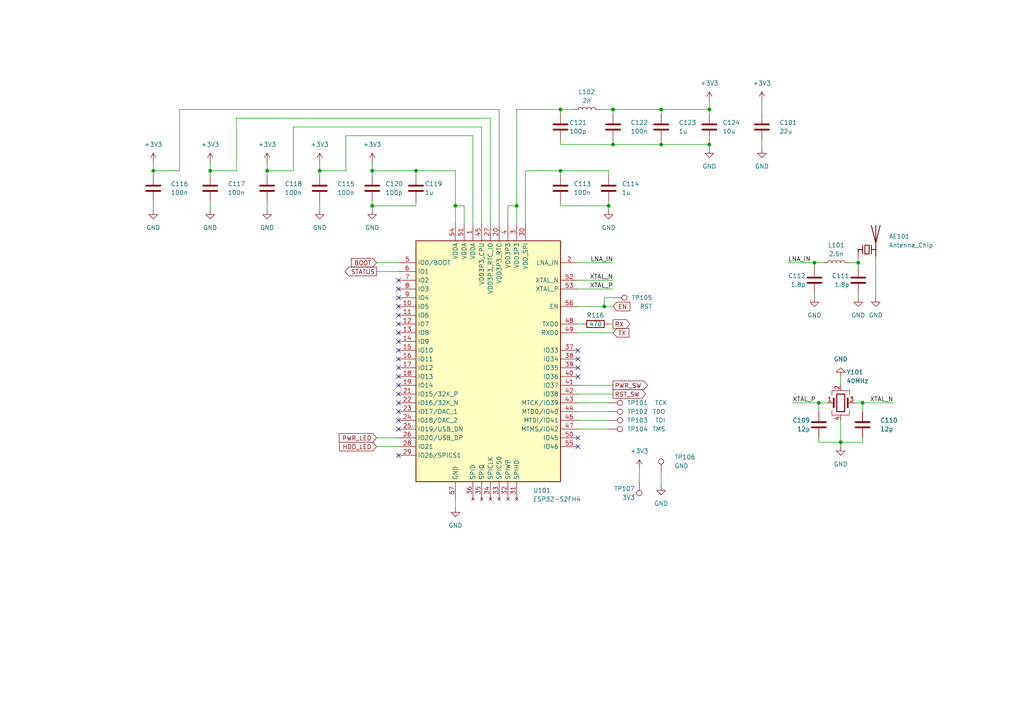
<source format=kicad_sch>
(kicad_sch (version 20230121) (generator eeschema)
  (paper "A4")
  (title_block (title "ESP32 ATX Power Controller") (date "2024-01-14") (rev "1.0.0"))
  (lib_symbols
    (symbol "Connector:TestPoint" (pin_numbers hide) (pin_names (offset 0.762) hide)
      (property "Reference" "TP" (at 0 6.858 0))
      (property "Value" "TestPoint" (at 0 5.08 0))
      (symbol "TestPoint_0_1"
        (circle (center 0 3.302) (radius 0.762))
      )
      (symbol "TestPoint_1_1"
        (pin passive line (at 0 0 90) (length 2.54) (name "1") (number "1"))
      )
    )
    (symbol "Device:Antenna_Chip" (pin_numbers hide) (pin_names (offset 1.016) hide)
      (property "Reference" "AE" (at 0 5.08 0))
      (property "Value" "Antenna_Chip" (at 0 3.175 0))
      (symbol "Antenna_Chip_0_1"
        (polyline (pts (xy -2.54 0) (xy -2.54 -0.635)) (stroke (width 0.254)))
        (polyline (pts (xy -2.54 0) (xy -1.27 0)) (stroke (width 0.254)))
        (polyline (pts (xy 1.27 0) (xy 2.54 0)) (stroke (width 0.254)))
        (polyline (pts (xy 1.27 1.27) (xy 1.27 -1.27)) (stroke (width 0.254)))
        (polyline (pts (xy 2.54 -0.635) (xy 2.54 0)))
        (polyline (pts (xy 2.54 6.985) (xy 2.54 -1.905)) (stroke (width 0.254)))
        (polyline (pts (xy -1.27 1.27) (xy -1.27 -1.27) (xy -1.27 0)) (stroke (width 0.254)))
        (polyline (pts (xy 3.81 6.985) (xy 2.54 1.905) (xy 1.27 6.985)) (stroke (width 0.254)))
        (polyline (pts (xy -0.635 1.27) (xy 0.635 1.27) (xy 0.635 -1.27) (xy -0.635 -1.27) (xy -0.635 1.27)) (stroke (width 0.254)))
      )
      (symbol "Antenna_Chip_1_1"
        (pin input line (at -2.54 -2.54 90) (length 2.54) (name "FEED") (number "1"))
        (pin passive line (at 2.54 -2.54 90) (length 2.54) (name "PCB_Trace") (number "2"))
      )
    )
    (symbol "Device:C" (pin_numbers hide) (pin_names (offset 0.254))
      (property "Reference" "C" (at 0.635 2.54 0))
      (property "Value" "C" (at 0.635 -2.54 0))
      (symbol "C_0_1"
        (polyline (pts (xy -2.032 -0.762) (xy 2.032 -0.762)) (stroke (width 0.508)))
        (polyline (pts (xy -2.032 0.762) (xy 2.032 0.762)) (stroke (width 0.508)))
      )
      (symbol "C_1_1"
        (pin passive line (at 0 3.81 270) (length 2.794) (name "~") (number "1"))
        (pin passive line (at 0 -3.81 90) (length 2.794) (name "~") (number "2"))
      )
    )
    (symbol "Device:Crystal_GND24" (pin_names (offset 1.016) hide)
      (property "Reference" "Y" (at 3.175 5.08 0))
      (property "Value" "Crystal_GND24" (at 3.175 3.175 0))
      (symbol "Crystal_GND24_0_1"
        (rectangle (start -1.143 2.54) (end 1.143 -2.54) (stroke (width 0.3048)))
        (polyline (pts (xy -2.54 0) (xy -2.032 0)))
        (polyline (pts (xy -2.032 -1.27) (xy -2.032 1.27)) (stroke (width 0.508)))
        (polyline (pts (xy 0 -3.81) (xy 0 -3.556)))
        (polyline (pts (xy 0 3.556) (xy 0 3.81)))
        (polyline (pts (xy 2.032 -1.27) (xy 2.032 1.27)) (stroke (width 0.508)))
        (polyline (pts (xy 2.032 0) (xy 2.54 0)))
        (polyline (pts (xy -2.54 -2.286) (xy -2.54 -3.556) (xy 2.54 -3.556) (xy 2.54 -2.286)))
        (polyline (pts (xy -2.54 2.286) (xy -2.54 3.556) (xy 2.54 3.556) (xy 2.54 2.286)))
      )
      (symbol "Crystal_GND24_1_1"
        (pin passive line (at -3.81 0 0) (length 1.27) (name "1") (number "1"))
        (pin passive line (at 0 5.08 270) (length 1.27) (name "2") (number "2"))
        (pin passive line (at 3.81 0 180) (length 1.27) (name "3") (number "3"))
        (pin passive line (at 0 -5.08 90) (length 1.27) (name "4") (number "4"))
      )
    )
    (symbol "Device:L" (pin_numbers hide) (pin_names (offset 1.016) hide)
      (property "Reference" "L" (at -1.27 0 90))
      (property "Value" "L" (at 1.905 0 90))
      (symbol "L_0_1"
        (arc (start 0 -2.54) (mid 0.6323 -1.905) (end 0 -1.27))
        (arc (start 0 -1.27) (mid 0.6323 -0.635) (end 0 0))
        (arc (start 0 0) (mid 0.6323 0.635) (end 0 1.27))
        (arc (start 0 1.27) (mid 0.6323 1.905) (end 0 2.54))
      )
      (symbol "L_1_1"
        (pin passive line (at 0 3.81 270) (length 1.27) (name "1") (number "1"))
        (pin passive line (at 0 -3.81 90) (length 1.27) (name "2") (number "2"))
      )
    )
    (symbol "Device:R" (pin_numbers hide) (pin_names (offset 0))
      (property "Reference" "R" (at 2.032 0 90))
      (property "Value" "R" (at 0 0 90))
      (symbol "R_0_1"
        (rectangle (start -1.016 -2.54) (end 1.016 2.54) (stroke (width 0.254)))
      )
      (symbol "R_1_1"
        (pin passive line (at 0 3.81 270) (length 1.27) (name "~") (number "1"))
        (pin passive line (at 0 -3.81 90) (length 1.27) (name "~") (number "2"))
      )
    )
    (symbol "ESP32-S2FH4:ESP32-S2FH4"
      (property "Reference" "U" (at 46.99 22.86 0))
      (property "Value" "ESP32-S2FH4" (at 46.99 20.32 0))
      (symbol "ESP32-S2FH4_1_1"
        (rectangle (start 3.81 17.78) (end 45.72 -52.07) (stroke (width 0.254)) (fill (type background)))
        (pin power_in line (at 20.32 22.86 270) (length 5.08) (name "VDDA") (number "1"))
        (pin bidirectional line (at -1.27 -1.27 0) (length 5.08) (name "IO5") (number "10"))
        (pin bidirectional line (at -1.27 -3.81 0) (length 5.08) (name "IO6") (number "11"))
        (pin bidirectional line (at -1.27 -6.35 0) (length 5.08) (name "IO7") (number "12"))
        (pin bidirectional line (at -1.27 -8.89 0) (length 5.08) (name "IO8") (number "13"))
        (pin bidirectional line (at -1.27 -11.43 0) (length 5.08) (name "IO9") (number "14"))
        (pin bidirectional line (at -1.27 -13.97 0) (length 5.08) (name "IO10") (number "15"))
        (pin bidirectional line (at -1.27 -16.51 0) (length 5.08) (name "IO11") (number "16"))
        (pin bidirectional line (at -1.27 -19.05 0) (length 5.08) (name "IO12") (number "17"))
        (pin bidirectional line (at -1.27 -21.59 0) (length 5.08) (name "IO13") (number "18"))
        (pin bidirectional line (at -1.27 -24.13 0) (length 5.08) (name "IO14") (number "19"))
        (pin bidirectional line (at 50.8 11.43 180) (length 5.08) (name "LNA_IN") (number "2"))
        (pin power_in line (at 27.94 22.86 270) (length 5.08) (name "VDD3P3_RTC") (number "20"))
        (pin bidirectional line (at -1.27 -26.67 0) (length 5.08) (name "IO15/32K_P") (number "21"))
        (pin bidirectional line (at -1.27 -29.21 0) (length 5.08) (name "IO16/32K_N") (number "22"))
        (pin bidirectional line (at -1.27 -31.75 0) (length 5.08) (name "IO17/DAC_1") (number "23"))
        (pin bidirectional line (at -1.27 -34.29 0) (length 5.08) (name "IO18/DAC_2") (number "24"))
        (pin bidirectional line (at -1.27 -36.83 0) (length 5.08) (name "IO19/USB_DN") (number "25"))
        (pin bidirectional line (at -1.27 -39.37 0) (length 5.08) (name "IO20/USB_DP") (number "26"))
        (pin power_in line (at 25.4 22.86 270) (length 5.08) (name "VDD3P3_RTC_IO") (number "27"))
        (pin bidirectional line (at -1.27 -41.91 0) (length 5.08) (name "IO21") (number "28"))
        (pin bidirectional line (at -1.27 -44.45 0) (length 5.08) (name "IO26/SPICS1") (number "29"))
        (pin power_in line (at 33.02 22.86 270) (length 5.08) (name "VDD3P3") (number "3"))
        (pin power_in line (at 35.56 22.86 270) (length 5.08) (name "VDD_SPI") (number "30"))
        (pin no_connect line (at 33.02 -57.15 90) (length 5.08) (name "SPIHD") (number "31"))
        (pin no_connect line (at 30.48 -57.15 90) (length 5.08) (name "SPIWP") (number "32"))
        (pin no_connect line (at 27.94 -57.15 90) (length 5.08) (name "SPICS0") (number "33"))
        (pin no_connect line (at 25.4 -57.15 90) (length 5.08) (name "SPICLK") (number "34"))
        (pin no_connect line (at 22.86 -57.15 90) (length 5.08) (name "SPIQ") (number "35"))
        (pin no_connect line (at 20.32 -57.15 90) (length 5.08) (name "SPID") (number "36"))
        (pin bidirectional line (at 50.8 -13.97 180) (length 5.08) (name "IO33") (number "37"))
        (pin bidirectional line (at 50.8 -16.51 180) (length 5.08) (name "IO34") (number "38"))
        (pin bidirectional line (at 50.8 -19.05 180) (length 5.08) (name "IO35") (number "39"))
        (pin power_in line (at 30.48 22.86 270) (length 5.08) (name "VDD3P3") (number "4"))
        (pin bidirectional line (at 50.8 -21.59 180) (length 5.08) (name "IO36") (number "40"))
        (pin bidirectional line (at 50.8 -24.13 180) (length 5.08) (name "IO37") (number "41"))
        (pin bidirectional line (at 50.8 -26.67 180) (length 5.08) (name "IO38") (number "42"))
        (pin bidirectional line (at 50.8 -29.21 180) (length 5.08) (name "MTCK/IO39") (number "43"))
        (pin bidirectional line (at 50.8 -31.75 180) (length 5.08) (name "MTD0/IO40") (number "44"))
        (pin power_in line (at 22.86 22.86 270) (length 5.08) (name "VDD3P3_CPU") (number "45"))
        (pin bidirectional line (at 50.8 -34.29 180) (length 5.08) (name "MTDI/IO41") (number "46"))
        (pin bidirectional line (at 50.8 -36.83 180) (length 5.08) (name "MTMS/IO42") (number "47"))
        (pin output line (at 50.8 -6.35 180) (length 5.08) (name "TXD0") (number "48"))
        (pin input line (at 50.8 -8.89 180) (length 5.08) (name "RXD0") (number "49"))
        (pin bidirectional line (at -1.27 11.43 0) (length 5.08) (name "IO0/BOOT") (number "5"))
        (pin bidirectional line (at 50.8 -39.37 180) (length 5.08) (name "IO45") (number "50"))
        (pin power_in line (at 17.78 22.86 270) (length 5.08) (name "VDDA") (number "51"))
        (pin passive line (at 50.8 6.35 180) (length 5.08) (name "XTAL_N") (number "52"))
        (pin passive line (at 50.8 3.81 180) (length 5.08) (name "XTAL_P") (number "53"))
        (pin power_in line (at 15.24 22.86 270) (length 5.08) (name "VDDA") (number "54"))
        (pin input line (at 50.8 -41.91 180) (length 5.08) (name "IO46") (number "55"))
        (pin input line (at 50.8 -1.27 180) (length 5.08) (name "EN") (number "56"))
        (pin power_in line (at 15.24 -57.15 90) (length 5.08) (name "GND") (number "57"))
        (pin bidirectional line (at -1.27 8.89 0) (length 5.08) (name "IO1") (number "6"))
        (pin bidirectional line (at -1.27 6.35 0) (length 5.08) (name "IO2") (number "7"))
        (pin bidirectional line (at -1.27 3.81 0) (length 5.08) (name "IO3") (number "8"))
        (pin bidirectional line (at -1.27 1.27 0) (length 5.08) (name "IO4") (number "9"))
      )
    )
    (symbol "power:+3V3" (power) (pin_names (offset 0))
      (property "Value" "+3V3" (at 0 3.556 0))
      (symbol "+3V3_0_1"
        (polyline (pts (xy -0.762 1.27) (xy 0 2.54)))
        (polyline (pts (xy 0 0) (xy 0 2.54)))
        (polyline (pts (xy 0 2.54) (xy 0.762 1.27)))
      )
      (symbol "+3V3_1_1"
        (pin power_in line (at 0 0 90) (length 0) hide (name "+3V3") (number "1"))
      )
    )
    (symbol "power:GND" (power) (pin_names (offset 0))
      (property "Value" "GND" (at 0 -3.81 0))
      (symbol "GND_0_1"
        (polyline (pts (xy 0 0) (xy 0 -1.27) (xy 1.27 -1.27) (xy 0 -2.54) (xy -1.27 -1.27) (xy 0 -1.27)))
      )
      (symbol "GND_1_1"
        (pin power_in line (at 0 0 270) (length 0) hide (name "GND") (number "1"))
      )
    )
  )
  (junction (at 237.49 116.84))
  (junction (at 176.53 59.69))
  (junction (at 120.65 49.53))
  (junction (at 236.22 76.2))
  (junction (at 77.47 49.53))
  (junction (at 191.77 31.75))
  (junction (at 132.08 59.69))
  (junction (at 177.8 41.91))
  (junction (at 243.84 128.27))
  (junction (at 149.86 59.69))
  (junction (at 107.95 49.53))
  (junction (at 107.95 59.69))
  (junction (at 162.56 49.53))
  (junction (at 162.56 31.75))
  (junction (at 250.19 116.84))
  (junction (at 205.74 41.91))
  (junction (at 92.71 49.53))
  (junction (at 248.92 76.2))
  (junction (at 44.45 49.53))
  (junction (at 191.77 41.91))
  (junction (at 60.96 49.53))
  (junction (at 177.8 31.75))
  (junction (at 205.74 31.75))
  (junction (at 175.26 88.9))
  (no_connect (at 115.57 81.28))
  (no_connect (at 115.57 116.84))
  (no_connect (at 115.57 119.38))
  (no_connect (at 115.57 86.36))
  (no_connect (at 115.57 104.14))
  (no_connect (at 115.57 99.06))
  (no_connect (at 115.57 121.92))
  (no_connect (at 115.57 109.22))
  (no_connect (at 115.57 83.82))
  (no_connect (at 115.57 124.46))
  (no_connect (at 115.57 111.76))
  (no_connect (at 167.64 101.6))
  (no_connect (at 115.57 96.52))
  (no_connect (at 115.57 88.9))
  (no_connect (at 167.64 127))
  (no_connect (at 115.57 132.08))
  (no_connect (at 167.64 109.22))
  (no_connect (at 115.57 101.6))
  (no_connect (at 167.64 129.54))
  (no_connect (at 115.57 114.3))
  (no_connect (at 167.64 106.68))
  (no_connect (at 115.57 106.68))
  (no_connect (at 167.64 104.14))
  (no_connect (at 115.57 93.98))
  (no_connect (at 115.57 91.44))
  (wire (pts (xy 162.56 49.53) (xy 162.56 50.8)))
  (wire (pts (xy 149.86 31.75) (xy 149.86 59.69)))
  (wire (pts (xy 92.71 58.42) (xy 92.71 60.96)))
  (wire (pts (xy 247.65 116.84) (xy 250.19 116.84)))
  (wire (pts (xy 85.09 36.83) (xy 85.09 49.53)))
  (wire (pts (xy 77.47 46.99) (xy 77.47 49.53)))
  (wire (pts (xy 107.95 58.42) (xy 107.95 59.69)))
  (wire (pts (xy 237.49 116.84) (xy 240.03 116.84)))
  (wire (pts (xy 137.16 39.37) (xy 100.33 39.37)))
  (wire (pts (xy 85.09 49.53) (xy 77.47 49.53)))
  (wire (pts (xy 132.08 59.69) (xy 132.08 64.77)))
  (wire (pts (xy 52.07 31.75) (xy 52.07 49.53)))
  (wire (pts (xy 205.74 41.91) (xy 191.77 41.91)))
  (wire (pts (xy 44.45 58.42) (xy 44.45 60.96)))
  (wire (pts (xy 173.99 31.75) (xy 177.8 31.75)))
  (wire (pts (xy 144.78 31.75) (xy 144.78 64.77)))
  (wire (pts (xy 68.58 34.29) (xy 68.58 49.53)))
  (wire (pts (xy 205.74 40.64) (xy 205.74 41.91)))
  (wire (pts (xy 92.71 46.99) (xy 92.71 49.53)))
  (wire (pts (xy 132.08 59.69) (xy 134.62 59.69)))
  (wire (pts (xy 167.64 96.52) (xy 177.8 96.52)))
  (wire (pts (xy 248.92 85.09) (xy 248.92 86.36)))
  (wire (pts (xy 176.53 59.69) (xy 176.53 60.96)))
  (wire (pts (xy 139.7 36.83) (xy 85.09 36.83)))
  (wire (pts (xy 177.8 40.64) (xy 177.8 41.91)))
  (wire (pts (xy 175.26 88.9) (xy 177.8 88.9)))
  (wire (pts (xy 92.71 49.53) (xy 92.71 50.8)))
  (wire (pts (xy 132.08 49.53) (xy 132.08 59.69)))
  (wire (pts (xy 236.22 77.47) (xy 236.22 76.2)))
  (wire (pts (xy 120.65 49.53) (xy 120.65 50.8)))
  (wire (pts (xy 250.19 116.84) (xy 250.19 119.38)))
  (wire (pts (xy 243.84 109.22) (xy 243.84 111.76)))
  (wire (pts (xy 167.64 119.38) (xy 176.53 119.38)))
  (wire (pts (xy 167.64 114.3) (xy 177.8 114.3)))
  (wire (pts (xy 220.98 40.64) (xy 220.98 43.18)))
  (wire (pts (xy 191.77 41.91) (xy 177.8 41.91)))
  (wire (pts (xy 149.86 31.75) (xy 162.56 31.75)))
  (wire (pts (xy 60.96 46.99) (xy 60.96 49.53)))
  (wire (pts (xy 68.58 49.53) (xy 60.96 49.53)))
  (wire (pts (xy 229.87 116.84) (xy 237.49 116.84)))
  (wire (pts (xy 220.98 29.21) (xy 220.98 33.02)))
  (wire (pts (xy 167.64 116.84) (xy 176.53 116.84)))
  (wire (pts (xy 149.86 59.69) (xy 149.86 64.77)))
  (wire (pts (xy 152.4 49.53) (xy 162.56 49.53)))
  (wire (pts (xy 120.65 58.42) (xy 120.65 59.69)))
  (wire (pts (xy 139.7 36.83) (xy 139.7 64.77)))
  (wire (pts (xy 167.64 93.98) (xy 168.91 93.98)))
  (wire (pts (xy 176.53 93.98) (xy 177.8 93.98)))
  (wire (pts (xy 109.22 76.2) (xy 115.57 76.2)))
  (wire (pts (xy 254 74.93) (xy 254 86.36)))
  (wire (pts (xy 167.64 81.28) (xy 177.8 81.28)))
  (wire (pts (xy 167.64 88.9) (xy 175.26 88.9)))
  (wire (pts (xy 243.84 128.27) (xy 243.84 129.54)))
  (wire (pts (xy 176.53 58.42) (xy 176.53 59.69)))
  (wire (pts (xy 237.49 127) (xy 237.49 128.27)))
  (wire (pts (xy 191.77 31.75) (xy 205.74 31.75)))
  (wire (pts (xy 147.32 59.69) (xy 149.86 59.69)))
  (wire (pts (xy 236.22 76.2) (xy 238.76 76.2)))
  (wire (pts (xy 243.84 121.92) (xy 243.84 128.27)))
  (wire (pts (xy 167.64 121.92) (xy 176.53 121.92)))
  (wire (pts (xy 248.92 74.93) (xy 248.92 76.2)))
  (wire (pts (xy 177.8 31.75) (xy 177.8 33.02)))
  (wire (pts (xy 152.4 49.53) (xy 152.4 64.77)))
  (wire (pts (xy 132.08 144.78) (xy 132.08 147.32)))
  (wire (pts (xy 177.8 86.36) (xy 175.26 86.36)))
  (wire (pts (xy 243.84 128.27) (xy 250.19 128.27)))
  (wire (pts (xy 162.56 41.91) (xy 177.8 41.91)))
  (wire (pts (xy 77.47 49.53) (xy 77.47 50.8)))
  (wire (pts (xy 167.64 124.46) (xy 176.53 124.46)))
  (wire (pts (xy 191.77 137.16) (xy 191.77 140.97)))
  (wire (pts (xy 162.56 49.53) (xy 176.53 49.53)))
  (wire (pts (xy 147.32 64.77) (xy 147.32 59.69)))
  (wire (pts (xy 167.64 111.76) (xy 177.8 111.76)))
  (wire (pts (xy 44.45 46.99) (xy 44.45 49.53)))
  (wire (pts (xy 167.64 76.2) (xy 177.8 76.2)))
  (wire (pts (xy 100.33 39.37) (xy 100.33 49.53)))
  (wire (pts (xy 60.96 49.53) (xy 60.96 50.8)))
  (wire (pts (xy 250.19 127) (xy 250.19 128.27)))
  (wire (pts (xy 107.95 59.69) (xy 120.65 59.69)))
  (wire (pts (xy 109.22 127) (xy 115.57 127)))
  (wire (pts (xy 162.56 40.64) (xy 162.56 41.91)))
  (wire (pts (xy 107.95 49.53) (xy 120.65 49.53)))
  (wire (pts (xy 162.56 58.42) (xy 162.56 59.69)))
  (wire (pts (xy 175.26 86.36) (xy 175.26 88.9)))
  (wire (pts (xy 109.22 129.54) (xy 115.57 129.54)))
  (wire (pts (xy 246.38 76.2) (xy 248.92 76.2)))
  (wire (pts (xy 60.96 58.42) (xy 60.96 60.96)))
  (wire (pts (xy 142.24 34.29) (xy 68.58 34.29)))
  (wire (pts (xy 44.45 49.53) (xy 44.45 50.8)))
  (wire (pts (xy 134.62 59.69) (xy 134.62 64.77)))
  (wire (pts (xy 191.77 40.64) (xy 191.77 41.91)))
  (wire (pts (xy 205.74 31.75) (xy 205.74 33.02)))
  (wire (pts (xy 107.95 50.8) (xy 107.95 49.53)))
  (wire (pts (xy 237.49 116.84) (xy 237.49 119.38)))
  (wire (pts (xy 109.22 78.74) (xy 115.57 78.74)))
  (wire (pts (xy 177.8 31.75) (xy 191.77 31.75)))
  (wire (pts (xy 120.65 49.53) (xy 132.08 49.53)))
  (wire (pts (xy 142.24 34.29) (xy 142.24 64.77)))
  (wire (pts (xy 162.56 59.69) (xy 176.53 59.69)))
  (wire (pts (xy 52.07 49.53) (xy 44.45 49.53)))
  (wire (pts (xy 144.78 31.75) (xy 52.07 31.75)))
  (wire (pts (xy 191.77 33.02) (xy 191.77 31.75)))
  (wire (pts (xy 100.33 49.53) (xy 92.71 49.53)))
  (wire (pts (xy 237.49 128.27) (xy 243.84 128.27)))
  (wire (pts (xy 250.19 116.84) (xy 259.08 116.84)))
  (wire (pts (xy 176.53 49.53) (xy 176.53 50.8)))
  (wire (pts (xy 107.95 46.99) (xy 107.95 49.53)))
  (wire (pts (xy 162.56 31.75) (xy 162.56 33.02)))
  (wire (pts (xy 205.74 29.21) (xy 205.74 31.75)))
  (wire (pts (xy 107.95 59.69) (xy 107.95 60.96)))
  (wire (pts (xy 228.6 76.2) (xy 236.22 76.2)))
  (wire (pts (xy 205.74 41.91) (xy 205.74 43.18)))
  (wire (pts (xy 77.47 58.42) (xy 77.47 60.96)))
  (wire (pts (xy 167.64 83.82) (xy 177.8 83.82)))
  (wire (pts (xy 185.42 135.89) (xy 185.42 139.7)))
  (wire (pts (xy 236.22 85.09) (xy 236.22 86.36)))
  (wire (pts (xy 248.92 76.2) (xy 248.92 77.47)))
  (wire (pts (xy 162.56 31.75) (xy 166.37 31.75)))
  (wire (pts (xy 137.16 39.37) (xy 137.16 64.77)))
  (label "XTAL_N" (at 259.08 116.84 180))
  (label "XTAL_P" (at 229.87 116.84 0))
  (label "XTAL_P" (at 177.8 83.82 180))
  (label "LNA_IN" (at 177.8 76.2 180))
  (label "XTAL_N" (at 177.8 81.28 180))
  (label "LNA_IN" (at 228.6 76.2 0))
  (global_label "PWR_SW" (shape output) (at 177.8 111.76 0) (property "Intersheetrefs" "${INTERSHEET_REFS}" (effects hide)))
  (global_label "TX" (shape input) (at 177.8 96.52 0) (property "Intersheetrefs" "${INTERSHEET_REFS}" (effects hide)))
  (global_label "EN" (shape input) (at 177.8 88.9 0) (property "Intersheetrefs" "${INTERSHEET_REFS}" (effects hide)))
  (global_label "STATUS" (shape output) (at 109.22 78.74 180) (property "Intersheetrefs" "${INTERSHEET_REFS}" (effects hide)))
  (global_label "BOOT" (shape input) (at 109.22 76.2 180) (property "Intersheetrefs" "${INTERSHEET_REFS}" (effects hide)))
  (global_label "RST_SW" (shape output) (at 177.8 114.3 0) (property "Intersheetrefs" "${INTERSHEET_REFS}" (effects hide)))
  (global_label "HDD_LED" (shape input) (at 109.22 129.54 180) (property "Intersheetrefs" "${INTERSHEET_REFS}" (effects hide)))
  (global_label "RX" (shape output) (at 177.8 93.98 0) (property "Intersheetrefs" "${INTERSHEET_REFS}" (effects hide)))
  (global_label "PWR_LED" (shape input) (at 109.22 127 180) (property "Intersheetrefs" "${INTERSHEET_REFS}" (effects hide)))
  (symbol (lib_id "Device:C") (at 220.98 36.83 0) (unit 1)
    (property "Reference" "C101" (at 226.06 35.56 0) (effects (justify left)))
    (property "Value" "22u" (at 226.06 38.1 0) (effects (justify left)))
    (property "Footprint" "Capacitor_SMD:C_0603_1608Metric" (effects hide))
    (property "Datasheet" "https://datasheet.lcsc.com/lcsc/2304140030_Samsung-Electro-Mechanics-CL10A226MQ8NRNC_C59461.pdf" (effects hide))
    (property "JLCPCB Part#" "C59461" (effects hide))
    (property "Manufacturer" "Samsung Electro-Mechanics" (effects hide))
    (property "MFR Part#" "CL10A226MQ8NRNC" (effects hide))
    (instances (project "esp-atx-power" (path "" (reference "C101") (unit 1)) (path "" (reference "C205") (unit 1))))
  )
  (symbol (lib_id "Connector:TestPoint") (at 176.53 121.92 270) (unit 1) (in_bom no)
    (property "Reference" "TP103" (at 187.96 121.92 90) (effects (justify right)))
    (property "Value" "TDI" (at 193.04 121.92 90) (effects (justify right)))
    (property "Footprint" "TestPoint:TestPoint_Pad_D1.0mm" (effects hide))
    (instances (project "esp-atx-power" (path "" (reference "TP103") (unit 1)) (path "" (reference "TP206") (unit 1))))
  )
  (symbol (lib_id "Connector:TestPoint") (at 176.53 119.38 270) (unit 1) (in_bom no)
    (property "Reference" "TP102" (at 187.96 119.38 90) (effects (justify right)))
    (property "Value" "TDO" (at 193.04 119.38 90) (effects (justify right)))
    (property "Footprint" "TestPoint:TestPoint_Pad_D1.0mm" (effects hide))
    (instances (project "esp-atx-power" (path "" (reference "TP102") (unit 1)) (path "" (reference "TP205") (unit 1))))
  )
  (symbol (lib_id "Device:C") (at 77.47 54.61 180) (unit 1)
    (property "Reference" "C118" (at 82.55 53.34 0) (effects (justify right)))
    (property "Value" "100n" (at 82.55 55.88 0) (effects (justify right)))
    (property "Footprint" "Capacitor_SMD:C_0402_1005Metric" (effects hide))
    (property "Datasheet" "https://datasheet.lcsc.com/lcsc/2304140030_Samsung-Electro-Mechanics-CL05B104KO5NNNC_C1525.pdf" (effects hide))
    (property "JLCPCB Part#" "C1525" (effects hide))
    (property "Manufacturer" "Samsung Electro-Mechanics" (effects hide))
    (property "MFR Part#" "CL05B104KO5NNNC" (effects hide))
    (instances (project "esp-atx-power" (path "" (reference "C118") (unit 1)) (path "" (reference "C206") (unit 1))))
  )
  (symbol (lib_id "Connector:TestPoint") (at 191.77 137.16 0) (unit 1) (in_bom no)
    (property "Reference" "TP106" (at 195.58 132.588 0) (effects (justify left)))
    (property "Value" "GND" (at 195.58 135.128 0) (effects (justify left)))
    (property "Footprint" "TestPoint:TestPoint_Pad_1.0x1.0mm" (effects hide))
    (instances (project "esp-atx-power" (path "" (reference "TP106") (unit 1)) (path "" (reference "TP201") (unit 1))))
  )
  (symbol (lib_id "power:+3V3") (at 185.42 135.89 0) (unit 1)
    (property "Reference" "#PWR0134" (effects hide))
    (property "Value" "+3V3" (at 185.42 130.81 0))
    (instances (project "esp-atx-power" (path "" (reference "#PWR0134") (unit 1)) (path "" (reference "#PWR0218") (unit 1))))
  )
  (symbol (lib_id "power:+3V3") (at 44.45 46.99 0) (unit 1)
    (property "Reference" "#PWR0143" (effects hide))
    (property "Value" "+3V3" (at 44.45 41.91 0))
    (instances (project "esp-atx-power" (path "" (reference "#PWR0143") (unit 1)) (path "" (reference "#PWR0206") (unit 1))))
  )
  (symbol (lib_id "Device:C") (at 237.49 123.19 0) (unit 1)
    (property "Reference" "C109" (at 234.95 121.92 0) (effects (justify right)))
    (property "Value" "12p" (at 234.95 124.46 0) (effects (justify right)))
    (property "Footprint" "Capacitor_SMD:C_0402_1005Metric" (effects hide))
    (property "Datasheet" "https://datasheet.lcsc.com/lcsc/2304140030_FH--Guangdong-Fenghua-Advanced-Tech-0402CG120J500NT_C1547.pdf" (effects hide))
    (property "JLCPCB Part#" "C1547" (effects hide))
    (property "Manufacturer" "FH (Guangdong Fenghua Advanced Tech)" (effects hide))
    (property "MFR Part#" "0402CG120J500NT" (effects hide))
    (instances (project "esp-atx-power" (path "" (reference "C109") (unit 1)) (path "" (reference "C214") (unit 1))))
  )
  (symbol (lib_id "power:GND") (at 176.53 60.96 0) (unit 1)
    (property "Reference" "#PWR0140" (effects hide))
    (property "Value" "GND" (at 176.53 66.04 0))
    (instances (project "esp-atx-power" (path "" (reference "#PWR0140") (unit 1)) (path "" (reference "#PWR0216") (unit 1))))
  )
  (symbol (lib_id "power:GND") (at 44.45 60.96 0) (unit 1)
    (property "Reference" "#PWR0144" (effects hide))
    (property "Value" "GND" (at 44.45 66.04 0))
    (instances (project "esp-atx-power" (path "" (reference "#PWR0144") (unit 1)) (path "" (reference "#PWR0212") (unit 1))))
  )
  (symbol (lib_id "Device:L") (at 242.57 76.2 90) (unit 1)
    (property "Reference" "L101" (at 242.57 71.12 90))
    (property "Value" "2.5n" (at 242.57 73.66 90))
    (property "Footprint" "Inductor_SMD:L_0402_1005Metric" (effects hide))
    (property "Datasheet" "https://datasheet.lcsc.com/lcsc/2304140030_Murata-Electronics-LQW15AN2N5B00D_C237342.pdf" (effects hide))
    (property "Manufacturer" "Murata Electronics" (effects hide))
    (property "MFR Part#" "LQW15AN2N5B00D" (effects hide))
    (property "JLCPCB Part#" "C237342" (effects hide))
    (instances (project "esp-atx-power" (path "" (reference "L101") (unit 1)) (path "" (reference "L202") (unit 1))))
  )
  (symbol (lib_id "Device:C") (at 176.53 54.61 180) (unit 1)
    (property "Reference" "C114" (at 180.34 53.34 0) (effects (justify right)))
    (property "Value" "1u" (at 180.34 55.88 0) (effects (justify right)))
    (property "Footprint" "Capacitor_SMD:C_0402_1005Metric" (effects hide))
    (property "Datasheet" "https://datasheet.lcsc.com/lcsc/2304140030_Samsung-Electro-Mechanics-CL05A105KA5NQNC_C52923.pdf" (effects hide))
    (property "JLCPCB Part#" "C52923" (effects hide))
    (property "Manufacturer" "Samsung Electro-Mechanics" (effects hide))
    (property "MFR Part#" "CL05A105KA5NQNC" (effects hide))
    (instances (project "esp-atx-power" (path "" (reference "C114") (unit 1)) (path "" (reference "C213") (unit 1))))
  )
  (symbol (lib_id "power:GND") (at 92.71 60.96 0) (unit 1)
    (property "Reference" "#PWR0142" (effects hide))
    (property "Value" "GND" (at 92.71 66.04 0))
    (instances (project "esp-atx-power" (path "" (reference "#PWR0142") (unit 1)) (path "" (reference "#PWR0214") (unit 1))))
  )
  (symbol (lib_id "power:GND") (at 205.74 43.18 0) (unit 1)
    (property "Reference" "#PWR0153" (effects hide))
    (property "Value" "GND" (at 205.74 48.26 0))
    (instances (project "esp-atx-power" (path "" (reference "#PWR0153") (unit 1)) (path "" (reference "#PWR0203") (unit 1))))
  )
  (symbol (lib_id "power:+3V3") (at 60.96 46.99 0) (unit 1)
    (property "Reference" "#PWR0145" (effects hide))
    (property "Value" "+3V3" (at 60.96 41.91 0))
    (instances (project "esp-atx-power" (path "" (reference "#PWR0145") (unit 1)) (path "" (reference "#PWR0207") (unit 1))))
  )
  (symbol (lib_id "Device:C") (at 162.56 36.83 180) (unit 1)
    (property "Reference" "C121" (at 165.1 35.56 0) (effects (justify right)))
    (property "Value" "100p" (at 165.1 38.1 0) (effects (justify right)))
    (property "Footprint" "Capacitor_SMD:C_0402_1005Metric" (effects hide))
    (property "Datasheet" "https://datasheet.lcsc.com/lcsc/2304140030_FH--Guangdong-Fenghua-Advanced-Tech-0402CG101J500NT_C1546.pdf" (effects hide))
    (property "JLCPCB Part#" "C1546" (effects hide))
    (property "Manufacturer" "FH (Guangdong Fenghua Advanced Tech)" (effects hide))
    (property "MFR Part#" "0402CG101J500NT" (effects hide))
    (instances (project "esp-atx-power" (path "" (reference "C121") (unit 1)) (path "" (reference "C201") (unit 1))))
  )
  (symbol (lib_id "Device:C") (at 191.77 36.83 180) (unit 1)
    (property "Reference" "C123" (at 196.85 35.56 0) (effects (justify right)))
    (property "Value" "1u" (at 196.85 38.1 0) (effects (justify right)))
    (property "Footprint" "Capacitor_SMD:C_0402_1005Metric" (effects hide))
    (property "Datasheet" "https://datasheet.lcsc.com/lcsc/2304140030_Samsung-Electro-Mechanics-CL05A105KA5NQNC_C52923.pdf" (effects hide))
    (property "JLCPCB Part#" "C52923" (effects hide))
    (property "Manufacturer" "Samsung Electro-Mechanics" (effects hide))
    (property "MFR Part#" "CL05A105KA5NQNC" (effects hide))
    (instances (project "esp-atx-power" (path "" (reference "C123") (unit 1)) (path "" (reference "C203") (unit 1))))
  )
  (symbol (lib_id "Device:C") (at 107.95 54.61 0) (mirror x) (unit 1)
    (property "Reference" "C120" (at 111.76 53.34 0) (effects (justify left)))
    (property "Value" "100p" (at 111.76 55.88 0) (effects (justify left)))
    (property "Footprint" "Capacitor_SMD:C_0402_1005Metric" (effects hide))
    (property "Datasheet" "https://datasheet.lcsc.com/lcsc/2304140030_FH--Guangdong-Fenghua-Advanced-Tech-0402CG101J500NT_C1546.pdf" (effects hide))
    (property "JLCPCB Part#" "C1546" (effects hide))
    (property "Manufacturer" "FH (Guangdong Fenghua Advanced Tech)" (effects hide))
    (property "MFR Part#" "0402CG101J500NT" (effects hide))
    (instances (project "esp-atx-power" (path "" (reference "C120") (unit 1)) (path "" (reference "C211") (unit 1))))
  )
  (symbol (lib_id "power:+3V3") (at 220.98 29.21 0) (unit 1)
    (property "Reference" "#PWR0101" (effects hide))
    (property "Value" "+3V3" (at 220.98 24.13 0))
    (instances (project "esp-atx-power" (path "" (reference "#PWR0101") (unit 1)) (path "" (reference "#PWR0202") (unit 1))))
  )
  (symbol (lib_id "Device:C") (at 205.74 36.83 0) (unit 1)
    (property "Reference" "C124" (at 209.55 35.56 0) (effects (justify left)))
    (property "Value" "10u" (at 209.55 38.1 0) (effects (justify left)))
    (property "Footprint" "Capacitor_SMD:C_0402_1005Metric" (effects hide))
    (property "Datasheet" "https://datasheet.lcsc.com/lcsc/2208231630_Samsung-Electro-Mechanics-CL05A106MQ5NUNC_C15525.pdf" (effects hide))
    (property "JLCPCB Part#" "C15525" (effects hide))
    (property "Manufacturer" "Samsung Electro-Mechanics" (effects hide))
    (property "MFR Part#" "CL05A106MQ5NUNC" (effects hide))
    (instances (project "esp-atx-power" (path "" (reference "C124") (unit 1)) (path "" (reference "C204") (unit 1))))
  )
  (symbol (lib_id "power:+3V3") (at 205.74 29.21 0) (unit 1)
    (property "Reference" "#PWR0152" (effects hide))
    (property "Value" "+3V3" (at 205.74 24.13 0))
    (instances (project "esp-atx-power" (path "" (reference "#PWR0152") (unit 1)) (path "" (reference "#PWR0201") (unit 1))))
  )
  (symbol (lib_id "power:GND") (at 60.96 60.96 0) (unit 1)
    (property "Reference" "#PWR0146" (effects hide))
    (property "Value" "GND" (at 60.96 66.04 0))
    (instances (project "esp-atx-power" (path "" (reference "#PWR0146") (unit 1)) (path "" (reference "#PWR0213") (unit 1))))
  )
  (symbol (lib_id "power:GND") (at 191.77 140.97 0) (unit 1)
    (property "Reference" "#PWR0151" (effects hide))
    (property "Value" "GND" (at 191.77 146.05 0))
    (instances (project "esp-atx-power" (path "" (reference "#PWR0151") (unit 1)) (path "" (reference "#PWR0219") (unit 1))))
  )
  (symbol (lib_id "Device:C") (at 177.8 36.83 180) (unit 1)
    (property "Reference" "C122" (at 182.88 35.56 0) (effects (justify right)))
    (property "Value" "100n" (at 182.88 38.1 0) (effects (justify right)))
    (property "Footprint" "Capacitor_SMD:C_0402_1005Metric" (effects hide))
    (property "Datasheet" "https://datasheet.lcsc.com/lcsc/2304140030_Samsung-Electro-Mechanics-CL05B104KO5NNNC_C1525.pdf" (effects hide))
    (property "JLCPCB Part#" "C1525" (effects hide))
    (property "Manufacturer" "Samsung Electro-Mechanics" (effects hide))
    (property "MFR Part#" "CL05B104KO5NNNC" (effects hide))
    (instances (project "esp-atx-power" (path "" (reference "C122") (unit 1)) (path "" (reference "C202") (unit 1))))
  )
  (symbol (lib_id "ESP32-S2FH4:ESP32-S2FH4") (at 116.84 87.63 0) (unit 1)
    (property "Reference" "U101" (at 154.5941 142.24 0) (effects (justify left)))
    (property "Value" "ESP32-S2FH4" (at 154.5941 144.78 0) (effects (justify left)))
    (property "Footprint" "Package_DFN_QFN:QFN-56-1EP_7x7mm_P0.4mm_EP4x4mm" (effects hide))
    (property "Datasheet" "https://www.espressif.com/sites/default/files/documentation/esp32-s2_datasheet_en.pdf" (effects hide))
    (property "Manufacturer" "Espressif Systems" (effects hide))
    (property "MFR Part#" "ESP32-S2FH4" (effects hide))
    (property "JLCPCB Part#" "C2840995" (effects hide))
    (instances (project "esp-atx-power" (path "" (reference "U101") (unit 1)) (path "" (reference "U201") (unit 1))))
  )
  (symbol (lib_id "power:+3V3") (at 107.95 46.99 0) (mirror y) (unit 1)
    (property "Reference" "#PWR0149" (effects hide))
    (property "Value" "+3V3" (at 107.95 41.91 0))
    (instances (project "esp-atx-power" (path "" (reference "#PWR0149") (unit 1)) (path "" (reference "#PWR0209") (unit 1))))
  )
  (symbol (lib_id "Device:Antenna_Chip") (at 251.46 72.39 0) (unit 1) (in_bom no)
    (property "Reference" "AE101" (at 257.81 68.58 0) (effects (justify left)))
    (property "Value" "Antenna_Chip" (at 257.81 71.12 0) (effects (justify left)))
    (property "Footprint" "RF_Antenna:Texas_SWRA117D_2.4GHz_Left" (effects hide))
    (instances (project "esp-atx-power" (path "" (reference "AE101") (unit 1)) (path "" (reference "AE201") (unit 1))))
  )
  (symbol (lib_id "Device:C") (at 120.65 54.61 0) (mirror x) (unit 1)
    (property "Reference" "C119" (at 123.19 53.34 0) (effects (justify left)))
    (property "Value" "1u" (at 123.19 55.88 0) (effects (justify left)))
    (property "Footprint" "Capacitor_SMD:C_0402_1005Metric" (effects hide))
    (property "Datasheet" "https://datasheet.lcsc.com/lcsc/2304140030_Samsung-Electro-Mechanics-CL05A105KA5NQNC_C52923.pdf" (effects hide))
    (property "JLCPCB Part#" "C52923" (effects hide))
    (property "Manufacturer" "Samsung Electro-Mechanics" (effects hide))
    (property "MFR Part#" "CL05A105KA5NQNC" (effects hide))
    (instances (project "esp-atx-power" (path "" (reference "C119") (unit 1)) (path "" (reference "C210") (unit 1))))
  )
  (symbol (lib_id "Connector:TestPoint") (at 185.42 139.7 180) (unit 1) (in_bom no)
    (property "Reference" "TP107" (at 184.15 141.732 0) (effects (justify left)))
    (property "Value" "3V3" (at 184.15 144.272 0) (effects (justify left)))
    (property "Footprint" "TestPoint:TestPoint_Pad_D1.0mm" (effects hide))
    (instances (project "esp-atx-power" (path "" (reference "TP107") (unit 1)) (path "" (reference "TP202") (unit 1))))
  )
  (symbol (lib_id "Device:Crystal_GND24") (at 243.84 116.84 0) (unit 1)
    (property "Reference" "Y101" (at 245.4911 107.95 0) (effects (justify left)))
    (property "Value" "40MHz" (at 245.4911 110.49 0) (effects (justify left)))
    (property "Footprint" "Crystal:Crystal_SMD_3225-4Pin_3.2x2.5mm" (effects hide))
    (property "Datasheet" "https://datasheet.lcsc.com/lcsc/2108150430_KYX-K3A4000010-510_C2875582.pdf" (effects hide))
    (property "Manufacturer" "KYX" (effects hide))
    (property "MFR Part#" "K3A4000010.510" (effects hide))
    (property "JLCPCB Part#" "C2875582" (effects hide))
    (instances (project "esp-atx-power" (path "" (reference "Y101") (unit 1)) (path "" (reference "Y201") (unit 1))))
  )
  (symbol (lib_id "power:+3V3") (at 77.47 46.99 0) (unit 1)
    (property "Reference" "#PWR0147" (effects hide))
    (property "Value" "+3V3" (at 77.47 41.91 0))
    (instances (project "esp-atx-power" (path "" (reference "#PWR0147") (unit 1)) (path "" (reference "#PWR0205") (unit 1))))
  )
  (symbol (lib_id "power:GND") (at 248.92 86.36 0) (unit 1)
    (property "Reference" "#PWR0138" (effects hide))
    (property "Value" "GND" (at 248.92 91.44 0))
    (instances (project "esp-atx-power" (path "" (reference "#PWR0138") (unit 1)) (path "" (reference "#PWR0221") (unit 1))))
  )
  (symbol (lib_id "Device:L") (at 170.18 31.75 90) (unit 1)
    (property "Reference" "L102" (at 170.18 26.67 90))
    (property "Value" "2n" (at 170.18 29.21 90))
    (property "Footprint" "Inductor_SMD:L_0402_1005Metric" (effects hide))
    (property "Datasheet" "https://datasheet.lcsc.com/lcsc/2304140030_Murata-Electronics-LQG15HS2N0S02D_C18216.pdf" (effects hide))
    (property "Manufacturer" "Murata Electronics" (effects hide))
    (property "MFR Part#" "LQG15HS2N0S02D" (effects hide))
    (property "JLCPCB Part#" "C18216" (effects hide))
    (instances (project "esp-atx-power" (path "" (reference "L102") (unit 1)) (path "" (reference "L201") (unit 1))))
  )
  (symbol (lib_id "Device:C") (at 236.22 81.28 0) (unit 1)
    (property "Reference" "C112" (at 233.68 80.01 0) (effects (justify right)))
    (property "Value" "1.8p" (at 233.68 82.55 0) (effects (justify right)))
    (property "Footprint" "Capacitor_SMD:C_0402_1005Metric" (effects hide))
    (property "Datasheet" "https://datasheet.lcsc.com/lcsc/2304140030_FH--Guangdong-Fenghua-Advanced-Tech-0402CG1R8C500NT_C1553.pdf" (effects hide))
    (property "JLCPCB Part#" "C1553" (effects hide))
    (property "Manufacturer" "FH (Guangdong Fenghua Advanced Tech)" (effects hide))
    (property "MFR Part#" "0402CG1R8C500NT" (effects hide))
    (instances (project "esp-atx-power" (path "" (reference "C112") (unit 1)) (path "" (reference "C216") (unit 1))))
  )
  (symbol (lib_id "Device:C") (at 92.71 54.61 180) (unit 1)
    (property "Reference" "C115" (at 97.79 53.34 0) (effects (justify right)))
    (property "Value" "100n" (at 97.79 55.88 0) (effects (justify right)))
    (property "Footprint" "Capacitor_SMD:C_0402_1005Metric" (effects hide))
    (property "Datasheet" "https://datasheet.lcsc.com/lcsc/2304140030_Samsung-Electro-Mechanics-CL05B104KO5NNNC_C1525.pdf" (effects hide))
    (property "JLCPCB Part#" "C1525" (effects hide))
    (property "Manufacturer" "Samsung Electro-Mechanics" (effects hide))
    (property "MFR Part#" "CL05B104KO5NNNC" (effects hide))
    (instances (project "esp-atx-power" (path "" (reference "C115") (unit 1)) (path "" (reference "C209") (unit 1))))
  )
  (symbol (lib_id "power:GND") (at 107.95 60.96 0) (mirror y) (unit 1)
    (property "Reference" "#PWR0150" (effects hide))
    (property "Value" "GND" (at 107.95 66.04 0))
    (instances (project "esp-atx-power" (path "" (reference "#PWR0150") (unit 1)) (path "" (reference "#PWR0215") (unit 1))))
  )
  (symbol (lib_id "Connector:TestPoint") (at 176.53 124.46 270) (unit 1) (in_bom no)
    (property "Reference" "TP104" (at 187.96 124.46 90) (effects (justify right)))
    (property "Value" "TMS" (at 193.04 124.46 90) (effects (justify right)))
    (property "Footprint" "TestPoint:TestPoint_Pad_D1.0mm" (effects hide))
    (instances (project "esp-atx-power" (path "" (reference "TP104") (unit 1)) (path "" (reference "TP207") (unit 1))))
  )
  (symbol (lib_id "power:GND") (at 254 86.36 0) (unit 1)
    (property "Reference" "#PWR0137" (effects hide))
    (property "Value" "GND" (at 254 91.44 0))
    (instances (project "esp-atx-power" (path "" (reference "#PWR0137") (unit 1)) (path "" (reference "#PWR0222") (unit 1))))
  )
  (symbol (lib_id "power:GND") (at 220.98 43.18 0) (unit 1)
    (property "Reference" "#PWR0108" (effects hide))
    (property "Value" "GND" (at 220.98 48.26 0))
    (instances (project "esp-atx-power" (path "" (reference "#PWR0108") (unit 1)) (path "" (reference "#PWR0204") (unit 1))))
  )
  (symbol (lib_id "power:GND") (at 132.08 147.32 0) (unit 1)
    (property "Reference" "#PWR0118" (effects hide))
    (property "Value" "GND" (at 132.08 152.4 0))
    (instances (project "esp-atx-power" (path "" (reference "#PWR0118") (unit 1)) (path "" (reference "#PWR0223") (unit 1))))
  )
  (symbol (lib_id "Device:R") (at 172.72 93.98 90) (unit 1)
    (property "Reference" "R116" (at 172.72 91.44 90))
    (property "Value" "470" (at 172.72 93.98 90))
    (property "Footprint" "Resistor_SMD:R_0402_1005Metric" (effects hide))
    (property "Datasheet" "https://datasheet.lcsc.com/lcsc/2205311900_UNI-ROYAL-Uniroyal-Elec-0402WGF4700TCE_C25117.pdf" (effects hide))
    (property "JLCPCB Part#" "C25117" (effects hide))
    (property "Manufacturer" "UNI-ROYAL(Uniroyal Elec)" (effects hide))
    (property "MFR Part#" "0402WGF4700TCE" (effects hide))
    (instances (project "esp-atx-power" (path "" (reference "R116") (unit 1)) (path "" (reference "R201") (unit 1))))
  )
  (symbol (lib_id "power:GND") (at 77.47 60.96 0) (unit 1)
    (property "Reference" "#PWR0148" (effects hide))
    (property "Value" "GND" (at 77.47 66.04 0))
    (instances (project "esp-atx-power" (path "" (reference "#PWR0148") (unit 1)) (path "" (reference "#PWR0211") (unit 1))))
  )
  (symbol (lib_id "Device:C") (at 250.19 123.19 0) (unit 1)
    (property "Reference" "C110" (at 255.27 121.92 0) (effects (justify left)))
    (property "Value" "12p" (at 255.27 124.46 0) (effects (justify left)))
    (property "Footprint" "Capacitor_SMD:C_0402_1005Metric" (effects hide))
    (property "Datasheet" "https://datasheet.lcsc.com/lcsc/2304140030_FH--Guangdong-Fenghua-Advanced-Tech-0402CG120J500NT_C1547.pdf" (effects hide))
    (property "JLCPCB Part#" "C1547" (effects hide))
    (property "Manufacturer" "FH (Guangdong Fenghua Advanced Tech)" (effects hide))
    (property "MFR Part#" "0402CG120J500NT" (effects hide))
    (instances (project "esp-atx-power" (path "" (reference "C110") (unit 1)) (path "" (reference "C215") (unit 1))))
  )
  (symbol (lib_id "Connector:TestPoint") (at 177.8 86.36 270) (unit 1) (in_bom no)
    (property "Reference" "TP105" (at 189.23 86.36 90) (effects (justify right)))
    (property "Value" "RST" (at 189.23 88.9 90) (effects (justify right)))
    (property "Footprint" "TestPoint:TestPoint_Pad_D1.0mm" (effects hide))
    (instances (project "esp-atx-power" (path "" (reference "TP105") (unit 1)) (path "" (reference "TP203") (unit 1))))
  )
  (symbol (lib_id "power:GND") (at 243.84 129.54 0) (unit 1)
    (property "Reference" "#PWR0135" (effects hide))
    (property "Value" "GND" (at 243.84 134.62 0))
    (instances (project "esp-atx-power" (path "" (reference "#PWR0135") (unit 1)) (path "" (reference "#PWR0217") (unit 1))))
  )
  (symbol (lib_id "Device:C") (at 162.56 54.61 0) (unit 1)
    (property "Reference" "C113" (at 166.37 53.34 0) (effects (justify left)))
    (property "Value" "100n" (at 166.37 55.88 0) (effects (justify left)))
    (property "Footprint" "Capacitor_SMD:C_0402_1005Metric" (effects hide))
    (property "Datasheet" "https://datasheet.lcsc.com/lcsc/2304140030_Samsung-Electro-Mechanics-CL05B104KO5NNNC_C1525.pdf" (effects hide))
    (property "JLCPCB Part#" "C1525" (effects hide))
    (property "Manufacturer" "Samsung Electro-Mechanics" (effects hide))
    (property "MFR Part#" "CL05B104KO5NNNC" (effects hide))
    (instances (project "esp-atx-power" (path "" (reference "C113") (unit 1)) (path "" (reference "C212") (unit 1))))
  )
  (symbol (lib_id "Device:C") (at 60.96 54.61 180) (unit 1)
    (property "Reference" "C117" (at 66.04 53.34 0) (effects (justify right)))
    (property "Value" "100n" (at 66.04 55.88 0) (effects (justify right)))
    (property "Footprint" "Capacitor_SMD:C_0402_1005Metric" (effects hide))
    (property "Datasheet" "https://datasheet.lcsc.com/lcsc/2304140030_Samsung-Electro-Mechanics-CL05B104KO5NNNC_C1525.pdf" (effects hide))
    (property "JLCPCB Part#" "C1525" (effects hide))
    (property "Manufacturer" "Samsung Electro-Mechanics" (effects hide))
    (property "MFR Part#" "CL05B104KO5NNNC" (effects hide))
    (instances (project "esp-atx-power" (path "" (reference "C117") (unit 1)) (path "" (reference "C208") (unit 1))))
  )
  (symbol (lib_id "Device:C") (at 44.45 54.61 180) (unit 1)
    (property "Reference" "C116" (at 49.53 53.34 0) (effects (justify right)))
    (property "Value" "100n" (at 49.53 55.88 0) (effects (justify right)))
    (property "Footprint" "Capacitor_SMD:C_0402_1005Metric" (effects hide))
    (property "Datasheet" "https://datasheet.lcsc.com/lcsc/2304140030_Samsung-Electro-Mechanics-CL05B104KO5NNNC_C1525.pdf" (effects hide))
    (property "JLCPCB Part#" "C1525" (effects hide))
    (property "Manufacturer" "Samsung Electro-Mechanics" (effects hide))
    (property "MFR Part#" "CL05B104KO5NNNC" (effects hide))
    (instances (project "esp-atx-power" (path "" (reference "C116") (unit 1)) (path "" (reference "C207") (unit 1))))
  )
  (symbol (lib_id "power:+3V3") (at 92.71 46.99 0) (unit 1)
    (property "Reference" "#PWR0141" (effects hide))
    (property "Value" "+3V3" (at 92.71 41.91 0))
    (instances (project "esp-atx-power" (path "" (reference "#PWR0141") (unit 1)) (path "" (reference "#PWR0208") (unit 1))))
  )
  (symbol (lib_id "Device:C") (at 248.92 81.28 0) (unit 1)
    (property "Reference" "C111" (at 246.38 80.01 0) (effects (justify right)))
    (property "Value" "1.8p" (at 246.38 82.55 0) (effects (justify right)))
    (property "Footprint" "Capacitor_SMD:C_0402_1005Metric" (effects hide))
    (property "Datasheet" "https://datasheet.lcsc.com/lcsc/2304140030_FH--Guangdong-Fenghua-Advanced-Tech-0402CG1R8C500NT_C1553.pdf" (effects hide))
    (property "JLCPCB Part#" "C1553" (effects hide))
    (property "Manufacturer" "FH (Guangdong Fenghua Advanced Tech)" (effects hide))
    (property "MFR Part#" "0402CG1R8C500NT" (effects hide))
    (instances (project "esp-atx-power" (path "" (reference "C111") (unit 1)) (path "" (reference "C217") (unit 1))))
  )
  (symbol (lib_id "Connector:TestPoint") (at 176.53 116.84 270) (unit 1) (in_bom no)
    (property "Reference" "TP101" (at 187.96 116.84 90) (effects (justify right)))
    (property "Value" "TCK" (at 191.77 116.84 90))
    (property "Footprint" "TestPoint:TestPoint_Pad_D1.0mm" (effects hide))
    (instances (project "esp-atx-power" (path "" (reference "TP101") (unit 1)) (path "" (reference "TP204") (unit 1))))
  )
  (symbol (lib_id "power:GND") (at 236.22 86.36 0) (unit 1)
    (property "Reference" "#PWR0139" (effects hide))
    (property "Value" "GND" (at 236.22 91.44 0))
    (instances (project "esp-atx-power" (path "" (reference "#PWR0139") (unit 1)) (path "" (reference "#PWR0220") (unit 1))))
  )
  (symbol (lib_id "power:GND") (at 243.84 109.22 180) (unit 1)
    (property "Reference" "#PWR0136" (effects hide))
    (property "Value" "GND" (at 243.84 104.14 0))
    (instances (project "esp-atx-power" (path "" (reference "#PWR0136") (unit 1)) (path "" (reference "#PWR0210") (unit 1))))
  )
)
</source>
